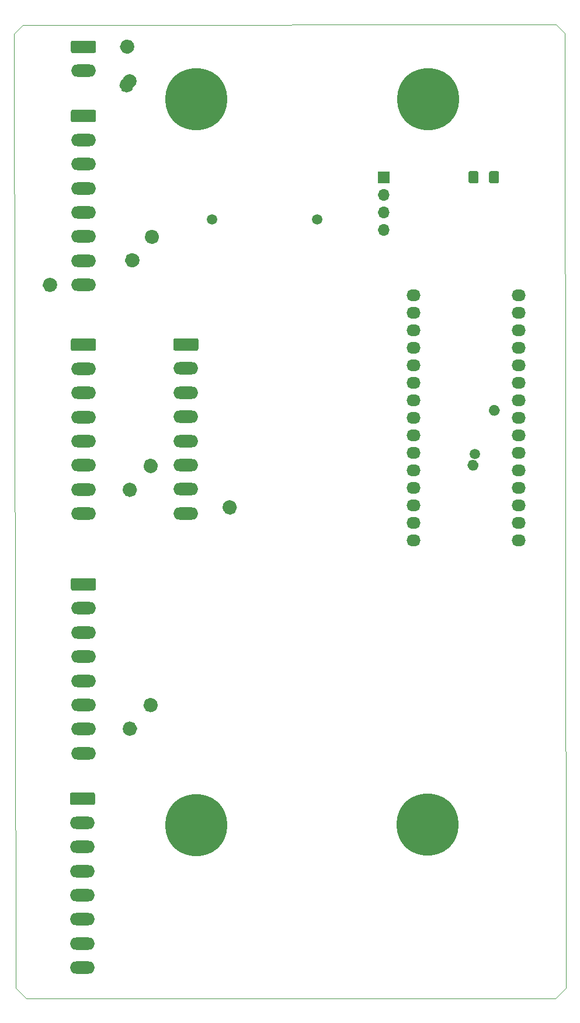
<source format=gbr>
G04 #@! TF.GenerationSoftware,KiCad,Pcbnew,(6.0.0-rc1-dev-347-gd8782b751)*
G04 #@! TF.CreationDate,2019-11-16T19:03:48+01:00*
G04 #@! TF.ProjectId,nano,6E616E6F2E6B696361645F7063620000,rev?*
G04 #@! TF.SameCoordinates,Original*
G04 #@! TF.FileFunction,Soldermask,Top*
G04 #@! TF.FilePolarity,Negative*
%FSLAX46Y46*%
G04 Gerber Fmt 4.6, Leading zero omitted, Abs format (unit mm)*
G04 Created by KiCad (PCBNEW (6.0.0-rc1-dev-347-gd8782b751)) date 11/16/19 19:03:48*
%MOMM*%
%LPD*%
G01*
G04 APERTURE LIST*
%ADD10C,1.000000*%
%ADD11C,1.100000*%
%ADD12C,0.100000*%
%ADD13O,1.700000X1.700000*%
%ADD14R,1.700000X1.700000*%
%ADD15O,3.600000X1.800000*%
%ADD16C,1.800000*%
%ADD17C,1.425000*%
%ADD18C,9.000000*%
%ADD19O,2.032000X1.727200*%
%ADD20C,2.000000*%
%ADD21C,1.500000*%
G04 APERTURE END LIST*
D10*
X151430000Y-87930000D02*
G75*
G03X151430000Y-87930000I-300000J0D01*
G01*
X148336000Y-95885000D02*
G75*
G03X148336000Y-95885000I-300000J0D01*
G01*
D11*
X98810000Y-134100000D02*
G75*
G03X98810000Y-134100000I-500000J0D01*
G01*
X101810000Y-130690000D02*
G75*
G03X101810000Y-130690000I-500000J0D01*
G01*
X113280000Y-102030000D02*
G75*
G03X113280000Y-102030000I-500000J0D01*
G01*
X98800000Y-99460000D02*
G75*
G03X98800000Y-99460000I-500000J0D01*
G01*
X101820000Y-95970000D02*
G75*
G03X101820000Y-95970000I-500000J0D01*
G01*
X87200000Y-69740000D02*
G75*
G03X87200000Y-69740000I-500000J0D01*
G01*
X99130000Y-66160000D02*
G75*
G03X99130000Y-66160000I-500000J0D01*
G01*
X102000000Y-62760000D02*
G75*
G03X102000000Y-62760000I-500000J0D01*
G01*
X98410000Y-35160000D02*
G75*
G03X98410000Y-35160000I-500000J0D01*
G01*
X98330000Y-40770000D02*
G75*
G03X98330000Y-40770000I-500000J0D01*
G01*
D12*
X83312000Y-173228000D02*
X81788000Y-171704000D01*
X82804000Y-32004000D02*
X81534000Y-33274000D01*
X161544000Y-171704000D02*
X160020000Y-173228000D01*
X161353500Y-33210500D02*
X160083500Y-31940500D01*
X110746885Y-148021384D02*
G75*
G03X110746885Y-148021384I-2796885J0D01*
G01*
X144208500Y-148018500D02*
G75*
G03X144208500Y-148018500I-2794000J0D01*
G01*
X110692022Y-42874021D02*
G75*
G03X110692022Y-42874021I-2805522J0D01*
G01*
X144030668Y-42875168D02*
G75*
G03X144030668Y-42875168I-2552668J0D01*
G01*
X81788000Y-171704000D02*
X81534000Y-33274000D01*
X160020000Y-173228000D02*
X83312000Y-173228000D01*
X161353500Y-33210500D02*
X161544000Y-171704000D01*
X82804000Y-32004000D02*
X160083500Y-31940500D01*
D13*
G04 #@! TO.C,Serial_conn1*
X135128000Y-61722000D03*
X135128000Y-59182000D03*
X135128000Y-56642000D03*
D14*
X135128000Y-54102000D03*
G04 #@! TD*
D15*
G04 #@! TO.C,SIGNAL_SOCKET1*
X91440000Y-168772000D03*
X91440000Y-165272000D03*
X91440000Y-161772000D03*
X91440000Y-158272000D03*
X91440000Y-154772000D03*
X91440000Y-151272000D03*
X91440000Y-147772000D03*
D12*
G36*
X93014504Y-143373204D02*
X93038773Y-143376804D01*
X93062571Y-143382765D01*
X93085671Y-143391030D01*
X93107849Y-143401520D01*
X93128893Y-143414133D01*
X93148598Y-143428747D01*
X93166777Y-143445223D01*
X93183253Y-143463402D01*
X93197867Y-143483107D01*
X93210480Y-143504151D01*
X93220970Y-143526329D01*
X93229235Y-143549429D01*
X93235196Y-143573227D01*
X93238796Y-143597496D01*
X93240000Y-143622000D01*
X93240000Y-144922000D01*
X93238796Y-144946504D01*
X93235196Y-144970773D01*
X93229235Y-144994571D01*
X93220970Y-145017671D01*
X93210480Y-145039849D01*
X93197867Y-145060893D01*
X93183253Y-145080598D01*
X93166777Y-145098777D01*
X93148598Y-145115253D01*
X93128893Y-145129867D01*
X93107849Y-145142480D01*
X93085671Y-145152970D01*
X93062571Y-145161235D01*
X93038773Y-145167196D01*
X93014504Y-145170796D01*
X92990000Y-145172000D01*
X89890000Y-145172000D01*
X89865496Y-145170796D01*
X89841227Y-145167196D01*
X89817429Y-145161235D01*
X89794329Y-145152970D01*
X89772151Y-145142480D01*
X89751107Y-145129867D01*
X89731402Y-145115253D01*
X89713223Y-145098777D01*
X89696747Y-145080598D01*
X89682133Y-145060893D01*
X89669520Y-145039849D01*
X89659030Y-145017671D01*
X89650765Y-144994571D01*
X89644804Y-144970773D01*
X89641204Y-144946504D01*
X89640000Y-144922000D01*
X89640000Y-143622000D01*
X89641204Y-143597496D01*
X89644804Y-143573227D01*
X89650765Y-143549429D01*
X89659030Y-143526329D01*
X89669520Y-143504151D01*
X89682133Y-143483107D01*
X89696747Y-143463402D01*
X89713223Y-143445223D01*
X89731402Y-143428747D01*
X89751107Y-143414133D01*
X89772151Y-143401520D01*
X89794329Y-143391030D01*
X89817429Y-143382765D01*
X89841227Y-143376804D01*
X89865496Y-143373204D01*
X89890000Y-143372000D01*
X92990000Y-143372000D01*
X93014504Y-143373204D01*
X93014504Y-143373204D01*
G37*
D16*
X91440000Y-144272000D03*
G04 #@! TD*
D15*
G04 #@! TO.C,Z_PLUG_SOCKET1*
X91567000Y-137657000D03*
X91567000Y-134157000D03*
X91567000Y-130657000D03*
X91567000Y-127157000D03*
X91567000Y-123657000D03*
X91567000Y-120157000D03*
X91567000Y-116657000D03*
D12*
G36*
X93141504Y-112258204D02*
X93165773Y-112261804D01*
X93189571Y-112267765D01*
X93212671Y-112276030D01*
X93234849Y-112286520D01*
X93255893Y-112299133D01*
X93275598Y-112313747D01*
X93293777Y-112330223D01*
X93310253Y-112348402D01*
X93324867Y-112368107D01*
X93337480Y-112389151D01*
X93347970Y-112411329D01*
X93356235Y-112434429D01*
X93362196Y-112458227D01*
X93365796Y-112482496D01*
X93367000Y-112507000D01*
X93367000Y-113807000D01*
X93365796Y-113831504D01*
X93362196Y-113855773D01*
X93356235Y-113879571D01*
X93347970Y-113902671D01*
X93337480Y-113924849D01*
X93324867Y-113945893D01*
X93310253Y-113965598D01*
X93293777Y-113983777D01*
X93275598Y-114000253D01*
X93255893Y-114014867D01*
X93234849Y-114027480D01*
X93212671Y-114037970D01*
X93189571Y-114046235D01*
X93165773Y-114052196D01*
X93141504Y-114055796D01*
X93117000Y-114057000D01*
X90017000Y-114057000D01*
X89992496Y-114055796D01*
X89968227Y-114052196D01*
X89944429Y-114046235D01*
X89921329Y-114037970D01*
X89899151Y-114027480D01*
X89878107Y-114014867D01*
X89858402Y-114000253D01*
X89840223Y-113983777D01*
X89823747Y-113965598D01*
X89809133Y-113945893D01*
X89796520Y-113924849D01*
X89786030Y-113902671D01*
X89777765Y-113879571D01*
X89771804Y-113855773D01*
X89768204Y-113831504D01*
X89767000Y-113807000D01*
X89767000Y-112507000D01*
X89768204Y-112482496D01*
X89771804Y-112458227D01*
X89777765Y-112434429D01*
X89786030Y-112411329D01*
X89796520Y-112389151D01*
X89809133Y-112368107D01*
X89823747Y-112348402D01*
X89840223Y-112330223D01*
X89858402Y-112313747D01*
X89878107Y-112299133D01*
X89899151Y-112286520D01*
X89921329Y-112276030D01*
X89944429Y-112267765D01*
X89968227Y-112261804D01*
X89992496Y-112258204D01*
X90017000Y-112257000D01*
X93117000Y-112257000D01*
X93141504Y-112258204D01*
X93141504Y-112258204D01*
G37*
D16*
X91567000Y-113157000D03*
G04 #@! TD*
D12*
G04 #@! TO.C,D1*
G36*
X151580504Y-53228204D02*
X151604773Y-53231804D01*
X151628571Y-53237765D01*
X151651671Y-53246030D01*
X151673849Y-53256520D01*
X151694893Y-53269133D01*
X151714598Y-53283747D01*
X151732777Y-53300223D01*
X151749253Y-53318402D01*
X151763867Y-53338107D01*
X151776480Y-53359151D01*
X151786970Y-53381329D01*
X151795235Y-53404429D01*
X151801196Y-53428227D01*
X151804796Y-53452496D01*
X151806000Y-53477000D01*
X151806000Y-54727000D01*
X151804796Y-54751504D01*
X151801196Y-54775773D01*
X151795235Y-54799571D01*
X151786970Y-54822671D01*
X151776480Y-54844849D01*
X151763867Y-54865893D01*
X151749253Y-54885598D01*
X151732777Y-54903777D01*
X151714598Y-54920253D01*
X151694893Y-54934867D01*
X151673849Y-54947480D01*
X151651671Y-54957970D01*
X151628571Y-54966235D01*
X151604773Y-54972196D01*
X151580504Y-54975796D01*
X151556000Y-54977000D01*
X150631000Y-54977000D01*
X150606496Y-54975796D01*
X150582227Y-54972196D01*
X150558429Y-54966235D01*
X150535329Y-54957970D01*
X150513151Y-54947480D01*
X150492107Y-54934867D01*
X150472402Y-54920253D01*
X150454223Y-54903777D01*
X150437747Y-54885598D01*
X150423133Y-54865893D01*
X150410520Y-54844849D01*
X150400030Y-54822671D01*
X150391765Y-54799571D01*
X150385804Y-54775773D01*
X150382204Y-54751504D01*
X150381000Y-54727000D01*
X150381000Y-53477000D01*
X150382204Y-53452496D01*
X150385804Y-53428227D01*
X150391765Y-53404429D01*
X150400030Y-53381329D01*
X150410520Y-53359151D01*
X150423133Y-53338107D01*
X150437747Y-53318402D01*
X150454223Y-53300223D01*
X150472402Y-53283747D01*
X150492107Y-53269133D01*
X150513151Y-53256520D01*
X150535329Y-53246030D01*
X150558429Y-53237765D01*
X150582227Y-53231804D01*
X150606496Y-53228204D01*
X150631000Y-53227000D01*
X151556000Y-53227000D01*
X151580504Y-53228204D01*
X151580504Y-53228204D01*
G37*
D17*
X151093500Y-54102000D03*
D12*
G36*
X148605504Y-53228204D02*
X148629773Y-53231804D01*
X148653571Y-53237765D01*
X148676671Y-53246030D01*
X148698849Y-53256520D01*
X148719893Y-53269133D01*
X148739598Y-53283747D01*
X148757777Y-53300223D01*
X148774253Y-53318402D01*
X148788867Y-53338107D01*
X148801480Y-53359151D01*
X148811970Y-53381329D01*
X148820235Y-53404429D01*
X148826196Y-53428227D01*
X148829796Y-53452496D01*
X148831000Y-53477000D01*
X148831000Y-54727000D01*
X148829796Y-54751504D01*
X148826196Y-54775773D01*
X148820235Y-54799571D01*
X148811970Y-54822671D01*
X148801480Y-54844849D01*
X148788867Y-54865893D01*
X148774253Y-54885598D01*
X148757777Y-54903777D01*
X148739598Y-54920253D01*
X148719893Y-54934867D01*
X148698849Y-54947480D01*
X148676671Y-54957970D01*
X148653571Y-54966235D01*
X148629773Y-54972196D01*
X148605504Y-54975796D01*
X148581000Y-54977000D01*
X147656000Y-54977000D01*
X147631496Y-54975796D01*
X147607227Y-54972196D01*
X147583429Y-54966235D01*
X147560329Y-54957970D01*
X147538151Y-54947480D01*
X147517107Y-54934867D01*
X147497402Y-54920253D01*
X147479223Y-54903777D01*
X147462747Y-54885598D01*
X147448133Y-54865893D01*
X147435520Y-54844849D01*
X147425030Y-54822671D01*
X147416765Y-54799571D01*
X147410804Y-54775773D01*
X147407204Y-54751504D01*
X147406000Y-54727000D01*
X147406000Y-53477000D01*
X147407204Y-53452496D01*
X147410804Y-53428227D01*
X147416765Y-53404429D01*
X147425030Y-53381329D01*
X147435520Y-53359151D01*
X147448133Y-53338107D01*
X147462747Y-53318402D01*
X147479223Y-53300223D01*
X147497402Y-53283747D01*
X147517107Y-53269133D01*
X147538151Y-53256520D01*
X147560329Y-53246030D01*
X147583429Y-53237765D01*
X147607227Y-53231804D01*
X147631496Y-53228204D01*
X147656000Y-53227000D01*
X148581000Y-53227000D01*
X148605504Y-53228204D01*
X148605504Y-53228204D01*
G37*
D17*
X148118500Y-54102000D03*
G04 #@! TD*
D15*
G04 #@! TO.C,PWR_IN1*
X91567000Y-38679000D03*
D12*
G36*
X93141504Y-34280204D02*
X93165773Y-34283804D01*
X93189571Y-34289765D01*
X93212671Y-34298030D01*
X93234849Y-34308520D01*
X93255893Y-34321133D01*
X93275598Y-34335747D01*
X93293777Y-34352223D01*
X93310253Y-34370402D01*
X93324867Y-34390107D01*
X93337480Y-34411151D01*
X93347970Y-34433329D01*
X93356235Y-34456429D01*
X93362196Y-34480227D01*
X93365796Y-34504496D01*
X93367000Y-34529000D01*
X93367000Y-35829000D01*
X93365796Y-35853504D01*
X93362196Y-35877773D01*
X93356235Y-35901571D01*
X93347970Y-35924671D01*
X93337480Y-35946849D01*
X93324867Y-35967893D01*
X93310253Y-35987598D01*
X93293777Y-36005777D01*
X93275598Y-36022253D01*
X93255893Y-36036867D01*
X93234849Y-36049480D01*
X93212671Y-36059970D01*
X93189571Y-36068235D01*
X93165773Y-36074196D01*
X93141504Y-36077796D01*
X93117000Y-36079000D01*
X90017000Y-36079000D01*
X89992496Y-36077796D01*
X89968227Y-36074196D01*
X89944429Y-36068235D01*
X89921329Y-36059970D01*
X89899151Y-36049480D01*
X89878107Y-36036867D01*
X89858402Y-36022253D01*
X89840223Y-36005777D01*
X89823747Y-35987598D01*
X89809133Y-35967893D01*
X89796520Y-35946849D01*
X89786030Y-35924671D01*
X89777765Y-35901571D01*
X89771804Y-35877773D01*
X89768204Y-35853504D01*
X89767000Y-35829000D01*
X89767000Y-34529000D01*
X89768204Y-34504496D01*
X89771804Y-34480227D01*
X89777765Y-34456429D01*
X89786030Y-34433329D01*
X89796520Y-34411151D01*
X89809133Y-34390107D01*
X89823747Y-34370402D01*
X89840223Y-34352223D01*
X89858402Y-34335747D01*
X89878107Y-34321133D01*
X89899151Y-34308520D01*
X89921329Y-34298030D01*
X89944429Y-34289765D01*
X89968227Y-34283804D01*
X89992496Y-34280204D01*
X90017000Y-34279000D01*
X93117000Y-34279000D01*
X93141504Y-34280204D01*
X93141504Y-34280204D01*
G37*
D16*
X91567000Y-35179000D03*
G04 #@! TD*
D15*
G04 #@! TO.C,Y2_PLUG_SOCKET1*
X106426000Y-102859000D03*
X106426000Y-99359000D03*
X106426000Y-95859000D03*
X106426000Y-92359000D03*
X106426000Y-88859000D03*
X106426000Y-85359000D03*
X106426000Y-81859000D03*
D12*
G36*
X108000504Y-77460204D02*
X108024773Y-77463804D01*
X108048571Y-77469765D01*
X108071671Y-77478030D01*
X108093849Y-77488520D01*
X108114893Y-77501133D01*
X108134598Y-77515747D01*
X108152777Y-77532223D01*
X108169253Y-77550402D01*
X108183867Y-77570107D01*
X108196480Y-77591151D01*
X108206970Y-77613329D01*
X108215235Y-77636429D01*
X108221196Y-77660227D01*
X108224796Y-77684496D01*
X108226000Y-77709000D01*
X108226000Y-79009000D01*
X108224796Y-79033504D01*
X108221196Y-79057773D01*
X108215235Y-79081571D01*
X108206970Y-79104671D01*
X108196480Y-79126849D01*
X108183867Y-79147893D01*
X108169253Y-79167598D01*
X108152777Y-79185777D01*
X108134598Y-79202253D01*
X108114893Y-79216867D01*
X108093849Y-79229480D01*
X108071671Y-79239970D01*
X108048571Y-79248235D01*
X108024773Y-79254196D01*
X108000504Y-79257796D01*
X107976000Y-79259000D01*
X104876000Y-79259000D01*
X104851496Y-79257796D01*
X104827227Y-79254196D01*
X104803429Y-79248235D01*
X104780329Y-79239970D01*
X104758151Y-79229480D01*
X104737107Y-79216867D01*
X104717402Y-79202253D01*
X104699223Y-79185777D01*
X104682747Y-79167598D01*
X104668133Y-79147893D01*
X104655520Y-79126849D01*
X104645030Y-79104671D01*
X104636765Y-79081571D01*
X104630804Y-79057773D01*
X104627204Y-79033504D01*
X104626000Y-79009000D01*
X104626000Y-77709000D01*
X104627204Y-77684496D01*
X104630804Y-77660227D01*
X104636765Y-77636429D01*
X104645030Y-77613329D01*
X104655520Y-77591151D01*
X104668133Y-77570107D01*
X104682747Y-77550402D01*
X104699223Y-77532223D01*
X104717402Y-77515747D01*
X104737107Y-77501133D01*
X104758151Y-77488520D01*
X104780329Y-77478030D01*
X104803429Y-77469765D01*
X104827227Y-77463804D01*
X104851496Y-77460204D01*
X104876000Y-77459000D01*
X107976000Y-77459000D01*
X108000504Y-77460204D01*
X108000504Y-77460204D01*
G37*
D16*
X106426000Y-78359000D03*
G04 #@! TD*
D15*
G04 #@! TO.C,Y1_PLUG_SOCKET1*
X91567000Y-102910278D03*
X91567000Y-99410278D03*
X91567000Y-95910278D03*
X91567000Y-92410278D03*
X91567000Y-88910278D03*
X91567000Y-85410278D03*
X91567000Y-81910278D03*
D12*
G36*
X93141504Y-77511482D02*
X93165773Y-77515082D01*
X93189571Y-77521043D01*
X93212671Y-77529308D01*
X93234849Y-77539798D01*
X93255893Y-77552411D01*
X93275598Y-77567025D01*
X93293777Y-77583501D01*
X93310253Y-77601680D01*
X93324867Y-77621385D01*
X93337480Y-77642429D01*
X93347970Y-77664607D01*
X93356235Y-77687707D01*
X93362196Y-77711505D01*
X93365796Y-77735774D01*
X93367000Y-77760278D01*
X93367000Y-79060278D01*
X93365796Y-79084782D01*
X93362196Y-79109051D01*
X93356235Y-79132849D01*
X93347970Y-79155949D01*
X93337480Y-79178127D01*
X93324867Y-79199171D01*
X93310253Y-79218876D01*
X93293777Y-79237055D01*
X93275598Y-79253531D01*
X93255893Y-79268145D01*
X93234849Y-79280758D01*
X93212671Y-79291248D01*
X93189571Y-79299513D01*
X93165773Y-79305474D01*
X93141504Y-79309074D01*
X93117000Y-79310278D01*
X90017000Y-79310278D01*
X89992496Y-79309074D01*
X89968227Y-79305474D01*
X89944429Y-79299513D01*
X89921329Y-79291248D01*
X89899151Y-79280758D01*
X89878107Y-79268145D01*
X89858402Y-79253531D01*
X89840223Y-79237055D01*
X89823747Y-79218876D01*
X89809133Y-79199171D01*
X89796520Y-79178127D01*
X89786030Y-79155949D01*
X89777765Y-79132849D01*
X89771804Y-79109051D01*
X89768204Y-79084782D01*
X89767000Y-79060278D01*
X89767000Y-77760278D01*
X89768204Y-77735774D01*
X89771804Y-77711505D01*
X89777765Y-77687707D01*
X89786030Y-77664607D01*
X89796520Y-77642429D01*
X89809133Y-77621385D01*
X89823747Y-77601680D01*
X89840223Y-77583501D01*
X89858402Y-77567025D01*
X89878107Y-77552411D01*
X89899151Y-77539798D01*
X89921329Y-77529308D01*
X89944429Y-77521043D01*
X89968227Y-77515082D01*
X89992496Y-77511482D01*
X90017000Y-77510278D01*
X93117000Y-77510278D01*
X93141504Y-77511482D01*
X93141504Y-77511482D01*
G37*
D16*
X91567000Y-78410278D03*
G04 #@! TD*
D15*
G04 #@! TO.C,X_PLUG_SOCKET1*
X91567000Y-69712000D03*
X91567000Y-66212000D03*
X91567000Y-62712000D03*
X91567000Y-59212000D03*
X91567000Y-55712000D03*
X91567000Y-52212000D03*
X91567000Y-48712000D03*
D12*
G36*
X93141504Y-44313204D02*
X93165773Y-44316804D01*
X93189571Y-44322765D01*
X93212671Y-44331030D01*
X93234849Y-44341520D01*
X93255893Y-44354133D01*
X93275598Y-44368747D01*
X93293777Y-44385223D01*
X93310253Y-44403402D01*
X93324867Y-44423107D01*
X93337480Y-44444151D01*
X93347970Y-44466329D01*
X93356235Y-44489429D01*
X93362196Y-44513227D01*
X93365796Y-44537496D01*
X93367000Y-44562000D01*
X93367000Y-45862000D01*
X93365796Y-45886504D01*
X93362196Y-45910773D01*
X93356235Y-45934571D01*
X93347970Y-45957671D01*
X93337480Y-45979849D01*
X93324867Y-46000893D01*
X93310253Y-46020598D01*
X93293777Y-46038777D01*
X93275598Y-46055253D01*
X93255893Y-46069867D01*
X93234849Y-46082480D01*
X93212671Y-46092970D01*
X93189571Y-46101235D01*
X93165773Y-46107196D01*
X93141504Y-46110796D01*
X93117000Y-46112000D01*
X90017000Y-46112000D01*
X89992496Y-46110796D01*
X89968227Y-46107196D01*
X89944429Y-46101235D01*
X89921329Y-46092970D01*
X89899151Y-46082480D01*
X89878107Y-46069867D01*
X89858402Y-46055253D01*
X89840223Y-46038777D01*
X89823747Y-46020598D01*
X89809133Y-46000893D01*
X89796520Y-45979849D01*
X89786030Y-45957671D01*
X89777765Y-45934571D01*
X89771804Y-45910773D01*
X89768204Y-45886504D01*
X89767000Y-45862000D01*
X89767000Y-44562000D01*
X89768204Y-44537496D01*
X89771804Y-44513227D01*
X89777765Y-44489429D01*
X89786030Y-44466329D01*
X89796520Y-44444151D01*
X89809133Y-44423107D01*
X89823747Y-44403402D01*
X89840223Y-44385223D01*
X89858402Y-44368747D01*
X89878107Y-44354133D01*
X89899151Y-44341520D01*
X89921329Y-44331030D01*
X89944429Y-44322765D01*
X89968227Y-44316804D01*
X89992496Y-44313204D01*
X90017000Y-44312000D01*
X93117000Y-44312000D01*
X93141504Y-44313204D01*
X93141504Y-44313204D01*
G37*
D16*
X91567000Y-45212000D03*
G04 #@! TD*
D18*
G04 #@! TO.C,MH4*
X107886500Y-148082000D03*
G04 #@! TD*
G04 #@! TO.C,MH3*
X141478000Y-148018500D03*
G04 #@! TD*
G04 #@! TO.C,MH2*
X107950000Y-42799000D03*
G04 #@! TD*
G04 #@! TO.C,MH1*
X141541500Y-42799000D03*
G04 #@! TD*
D19*
G04 #@! TO.C,P1*
X139446000Y-71247000D03*
X139446000Y-73787000D03*
X139446000Y-76327000D03*
X139446000Y-78867000D03*
X139446000Y-81407000D03*
X139446000Y-83947000D03*
X139446000Y-86487000D03*
X139446000Y-89027000D03*
X139446000Y-91567000D03*
X139446000Y-94107000D03*
X139446000Y-96647000D03*
X139446000Y-99187000D03*
X139446000Y-101727000D03*
X139446000Y-104267000D03*
X139446000Y-106807000D03*
G04 #@! TD*
G04 #@! TO.C,P2*
X154686000Y-71247000D03*
X154686000Y-73787000D03*
X154686000Y-76327000D03*
X154686000Y-78867000D03*
X154686000Y-81407000D03*
X154686000Y-83947000D03*
X154686000Y-86487000D03*
X154686000Y-89027000D03*
X154686000Y-91567000D03*
X154686000Y-94107000D03*
X154686000Y-96647000D03*
X154686000Y-99187000D03*
X154686000Y-101727000D03*
X154686000Y-104267000D03*
X154686000Y-106807000D03*
G04 #@! TD*
D20*
X98679000Y-66167000D03*
X98298000Y-99441000D03*
X98298000Y-134112000D03*
X98298000Y-40132000D03*
X101346000Y-96012000D03*
X97917000Y-35179000D03*
X101473000Y-62738000D03*
X101346000Y-130683000D03*
D21*
X148336000Y-94234000D03*
D20*
X112776000Y-101981000D03*
X86741000Y-69723000D03*
D21*
X110236000Y-60198000D03*
X125476000Y-60198000D03*
X151130000Y-87884000D03*
M02*

</source>
